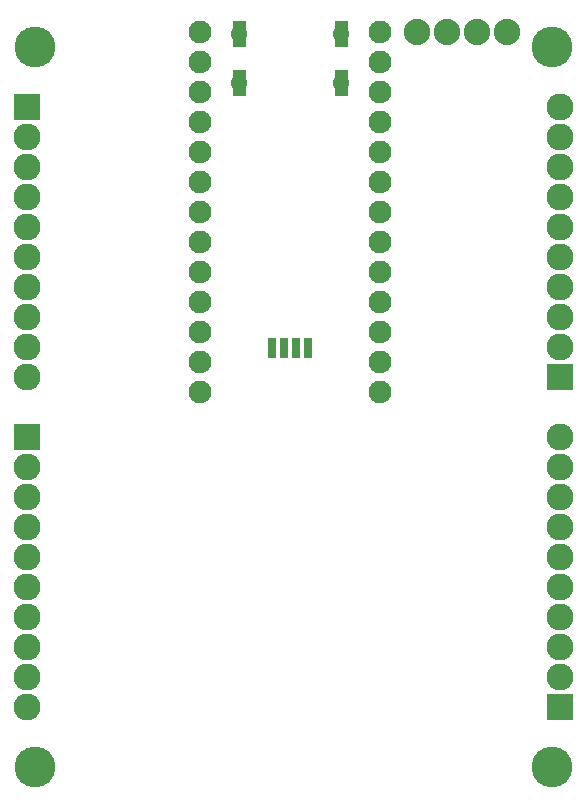
<source format=gbs>
G04 MADE WITH FRITZING*
G04 WWW.FRITZING.ORG*
G04 DOUBLE SIDED*
G04 HOLES PLATED*
G04 CONTOUR ON CENTER OF CONTOUR VECTOR*
%ASAXBY*%
%FSLAX23Y23*%
%MOIN*%
%OFA0B0*%
%SFA1.0B1.0*%
%ADD10C,0.076000*%
%ADD11C,0.053622*%
%ADD12C,0.090000*%
%ADD13C,0.135984*%
%ADD14C,0.088000*%
%ADD15R,0.029685X0.071024*%
%ADD16R,0.090000X0.090000*%
%ADD17R,0.001000X0.001000*%
%LNMASK0*%
G90*
G70*
G54D10*
X675Y2271D03*
X1275Y2171D03*
X675Y1471D03*
X1275Y1771D03*
X1275Y2571D03*
X675Y1871D03*
G54D11*
X1145Y2566D03*
G54D10*
X1275Y1571D03*
X1275Y1971D03*
X1275Y2371D03*
X675Y2471D03*
X675Y2071D03*
X675Y1671D03*
G54D11*
X1145Y2402D03*
G54D10*
X1275Y1471D03*
X1275Y1671D03*
X1275Y1871D03*
X1275Y2071D03*
X1275Y2271D03*
X1275Y2471D03*
X675Y2571D03*
X675Y2371D03*
X675Y2171D03*
X675Y1971D03*
X675Y1771D03*
X675Y1571D03*
X675Y1371D03*
G54D11*
X805Y2402D03*
X805Y2566D03*
G54D10*
X1275Y1371D03*
G54D12*
X100Y2321D03*
X100Y2221D03*
X100Y2121D03*
X100Y2021D03*
X100Y1921D03*
X100Y1821D03*
X100Y1721D03*
X100Y1621D03*
X100Y1521D03*
X100Y1421D03*
X100Y1221D03*
X100Y1121D03*
X100Y1021D03*
X100Y921D03*
X100Y821D03*
X100Y721D03*
X100Y621D03*
X100Y521D03*
X100Y421D03*
X100Y321D03*
X1875Y1421D03*
X1875Y1521D03*
X1875Y1621D03*
X1875Y1721D03*
X1875Y1821D03*
X1875Y1921D03*
X1875Y2021D03*
X1875Y2121D03*
X1875Y2221D03*
X1875Y2321D03*
X1875Y321D03*
X1875Y421D03*
X1875Y521D03*
X1875Y621D03*
X1875Y721D03*
X1875Y821D03*
X1875Y921D03*
X1875Y1021D03*
X1875Y1121D03*
X1875Y1221D03*
G54D13*
X1850Y121D03*
X125Y121D03*
X125Y2521D03*
X1850Y2521D03*
G54D14*
X1400Y2571D03*
X1500Y2571D03*
X1600Y2571D03*
X1700Y2571D03*
G54D15*
X916Y1520D03*
X955Y1520D03*
X995Y1520D03*
X1034Y1520D03*
G54D16*
X100Y2321D03*
X100Y1221D03*
X1875Y1421D03*
X1875Y321D03*
G54D17*
X784Y2609D02*
X827Y2609D01*
X1124Y2609D02*
X1167Y2609D01*
X784Y2608D02*
X827Y2608D01*
X1124Y2608D02*
X1167Y2608D01*
X784Y2607D02*
X827Y2607D01*
X1124Y2607D02*
X1167Y2607D01*
X784Y2606D02*
X827Y2606D01*
X1124Y2606D02*
X1167Y2606D01*
X784Y2605D02*
X827Y2605D01*
X1124Y2605D02*
X1167Y2605D01*
X784Y2604D02*
X827Y2604D01*
X1124Y2604D02*
X1167Y2604D01*
X784Y2603D02*
X827Y2603D01*
X1124Y2603D02*
X1167Y2603D01*
X784Y2602D02*
X827Y2602D01*
X1124Y2602D02*
X1167Y2602D01*
X784Y2601D02*
X827Y2601D01*
X1124Y2601D02*
X1167Y2601D01*
X784Y2600D02*
X827Y2600D01*
X1124Y2600D02*
X1167Y2600D01*
X784Y2599D02*
X827Y2599D01*
X1124Y2599D02*
X1167Y2599D01*
X784Y2598D02*
X827Y2598D01*
X1124Y2598D02*
X1167Y2598D01*
X784Y2597D02*
X827Y2597D01*
X1124Y2597D02*
X1167Y2597D01*
X784Y2596D02*
X827Y2596D01*
X1124Y2596D02*
X1167Y2596D01*
X784Y2595D02*
X827Y2595D01*
X1124Y2595D02*
X1167Y2595D01*
X784Y2594D02*
X827Y2594D01*
X1124Y2594D02*
X1167Y2594D01*
X784Y2593D02*
X827Y2593D01*
X1124Y2593D02*
X1167Y2593D01*
X784Y2592D02*
X827Y2592D01*
X1124Y2592D02*
X1167Y2592D01*
X784Y2591D02*
X827Y2591D01*
X1124Y2591D02*
X1167Y2591D01*
X784Y2590D02*
X827Y2590D01*
X1124Y2590D02*
X1167Y2590D01*
X784Y2589D02*
X827Y2589D01*
X1124Y2589D02*
X1167Y2589D01*
X784Y2588D02*
X827Y2588D01*
X1124Y2588D02*
X1167Y2588D01*
X784Y2587D02*
X827Y2587D01*
X1124Y2587D02*
X1167Y2587D01*
X784Y2586D02*
X827Y2586D01*
X1124Y2586D02*
X1167Y2586D01*
X784Y2585D02*
X827Y2585D01*
X1124Y2585D02*
X1167Y2585D01*
X784Y2584D02*
X827Y2584D01*
X1124Y2584D02*
X1167Y2584D01*
X784Y2583D02*
X827Y2583D01*
X1124Y2583D02*
X1167Y2583D01*
X784Y2582D02*
X827Y2582D01*
X1124Y2582D02*
X1167Y2582D01*
X784Y2581D02*
X827Y2581D01*
X1124Y2581D02*
X1167Y2581D01*
X784Y2580D02*
X827Y2580D01*
X1124Y2580D02*
X1167Y2580D01*
X784Y2579D02*
X827Y2579D01*
X1124Y2579D02*
X1167Y2579D01*
X784Y2578D02*
X827Y2578D01*
X1124Y2578D02*
X1167Y2578D01*
X784Y2577D02*
X801Y2577D01*
X809Y2577D02*
X827Y2577D01*
X1124Y2577D02*
X1141Y2577D01*
X1149Y2577D02*
X1167Y2577D01*
X784Y2576D02*
X799Y2576D01*
X812Y2576D02*
X827Y2576D01*
X1124Y2576D02*
X1139Y2576D01*
X1152Y2576D02*
X1167Y2576D01*
X784Y2575D02*
X798Y2575D01*
X813Y2575D02*
X827Y2575D01*
X1124Y2575D02*
X1138Y2575D01*
X1153Y2575D02*
X1167Y2575D01*
X784Y2574D02*
X796Y2574D01*
X814Y2574D02*
X827Y2574D01*
X1124Y2574D02*
X1136Y2574D01*
X1154Y2574D02*
X1167Y2574D01*
X784Y2573D02*
X796Y2573D01*
X815Y2573D02*
X827Y2573D01*
X1124Y2573D02*
X1136Y2573D01*
X1155Y2573D02*
X1167Y2573D01*
X784Y2572D02*
X795Y2572D01*
X816Y2572D02*
X827Y2572D01*
X1124Y2572D02*
X1135Y2572D01*
X1156Y2572D02*
X1167Y2572D01*
X784Y2571D02*
X794Y2571D01*
X816Y2571D02*
X827Y2571D01*
X1124Y2571D02*
X1134Y2571D01*
X1156Y2571D02*
X1167Y2571D01*
X784Y2570D02*
X794Y2570D01*
X817Y2570D02*
X827Y2570D01*
X1124Y2570D02*
X1134Y2570D01*
X1157Y2570D02*
X1167Y2570D01*
X784Y2569D02*
X793Y2569D01*
X817Y2569D02*
X827Y2569D01*
X1124Y2569D02*
X1134Y2569D01*
X1157Y2569D02*
X1167Y2569D01*
X784Y2568D02*
X793Y2568D01*
X817Y2568D02*
X827Y2568D01*
X1124Y2568D02*
X1133Y2568D01*
X1157Y2568D02*
X1167Y2568D01*
X784Y2567D02*
X793Y2567D01*
X817Y2567D02*
X827Y2567D01*
X1124Y2567D02*
X1133Y2567D01*
X1158Y2567D02*
X1167Y2567D01*
X784Y2566D02*
X793Y2566D01*
X817Y2566D02*
X827Y2566D01*
X1124Y2566D02*
X1133Y2566D01*
X1158Y2566D02*
X1167Y2566D01*
X784Y2565D02*
X793Y2565D01*
X817Y2565D02*
X827Y2565D01*
X1124Y2565D02*
X1133Y2565D01*
X1158Y2565D02*
X1167Y2565D01*
X784Y2564D02*
X793Y2564D01*
X817Y2564D02*
X827Y2564D01*
X1124Y2564D02*
X1133Y2564D01*
X1158Y2564D02*
X1167Y2564D01*
X784Y2563D02*
X793Y2563D01*
X817Y2563D02*
X827Y2563D01*
X1124Y2563D02*
X1133Y2563D01*
X1157Y2563D02*
X1167Y2563D01*
X784Y2562D02*
X794Y2562D01*
X817Y2562D02*
X827Y2562D01*
X1124Y2562D02*
X1134Y2562D01*
X1157Y2562D02*
X1167Y2562D01*
X784Y2561D02*
X794Y2561D01*
X817Y2561D02*
X827Y2561D01*
X1124Y2561D02*
X1134Y2561D01*
X1157Y2561D02*
X1167Y2561D01*
X784Y2560D02*
X794Y2560D01*
X816Y2560D02*
X827Y2560D01*
X1124Y2560D02*
X1135Y2560D01*
X1156Y2560D02*
X1167Y2560D01*
X784Y2559D02*
X795Y2559D01*
X816Y2559D02*
X827Y2559D01*
X1124Y2559D02*
X1135Y2559D01*
X1156Y2559D02*
X1167Y2559D01*
X784Y2558D02*
X796Y2558D01*
X815Y2558D02*
X827Y2558D01*
X1124Y2558D02*
X1136Y2558D01*
X1155Y2558D02*
X1167Y2558D01*
X784Y2557D02*
X797Y2557D01*
X814Y2557D02*
X827Y2557D01*
X1124Y2557D02*
X1137Y2557D01*
X1154Y2557D02*
X1167Y2557D01*
X784Y2556D02*
X798Y2556D01*
X813Y2556D02*
X827Y2556D01*
X1124Y2556D02*
X1138Y2556D01*
X1153Y2556D02*
X1167Y2556D01*
X784Y2555D02*
X799Y2555D01*
X811Y2555D02*
X827Y2555D01*
X1124Y2555D02*
X1140Y2555D01*
X1151Y2555D02*
X1167Y2555D01*
X784Y2554D02*
X803Y2554D01*
X807Y2554D02*
X827Y2554D01*
X1124Y2554D02*
X1143Y2554D01*
X1147Y2554D02*
X1167Y2554D01*
X784Y2553D02*
X827Y2553D01*
X1124Y2553D02*
X1167Y2553D01*
X784Y2552D02*
X827Y2552D01*
X1124Y2552D02*
X1167Y2552D01*
X784Y2551D02*
X827Y2551D01*
X1124Y2551D02*
X1167Y2551D01*
X784Y2550D02*
X827Y2550D01*
X1124Y2550D02*
X1167Y2550D01*
X784Y2549D02*
X827Y2549D01*
X1124Y2549D02*
X1167Y2549D01*
X784Y2548D02*
X827Y2548D01*
X1124Y2548D02*
X1167Y2548D01*
X784Y2547D02*
X827Y2547D01*
X1124Y2547D02*
X1167Y2547D01*
X784Y2546D02*
X827Y2546D01*
X1124Y2546D02*
X1167Y2546D01*
X784Y2545D02*
X827Y2545D01*
X1124Y2545D02*
X1167Y2545D01*
X784Y2544D02*
X827Y2544D01*
X1124Y2544D02*
X1167Y2544D01*
X784Y2543D02*
X827Y2543D01*
X1124Y2543D02*
X1167Y2543D01*
X784Y2542D02*
X827Y2542D01*
X1124Y2542D02*
X1167Y2542D01*
X784Y2541D02*
X827Y2541D01*
X1124Y2541D02*
X1167Y2541D01*
X784Y2540D02*
X827Y2540D01*
X1124Y2540D02*
X1167Y2540D01*
X784Y2539D02*
X827Y2539D01*
X1124Y2539D02*
X1167Y2539D01*
X784Y2538D02*
X827Y2538D01*
X1124Y2538D02*
X1167Y2538D01*
X784Y2537D02*
X827Y2537D01*
X1124Y2537D02*
X1167Y2537D01*
X784Y2536D02*
X827Y2536D01*
X1124Y2536D02*
X1167Y2536D01*
X784Y2535D02*
X827Y2535D01*
X1124Y2535D02*
X1167Y2535D01*
X784Y2534D02*
X827Y2534D01*
X1124Y2534D02*
X1167Y2534D01*
X784Y2533D02*
X827Y2533D01*
X1124Y2533D02*
X1167Y2533D01*
X784Y2532D02*
X827Y2532D01*
X1124Y2532D02*
X1167Y2532D01*
X784Y2531D02*
X827Y2531D01*
X1124Y2531D02*
X1167Y2531D01*
X784Y2530D02*
X827Y2530D01*
X1124Y2530D02*
X1167Y2530D01*
X784Y2529D02*
X827Y2529D01*
X1124Y2529D02*
X1167Y2529D01*
X784Y2528D02*
X827Y2528D01*
X1124Y2528D02*
X1167Y2528D01*
X784Y2527D02*
X827Y2527D01*
X1124Y2527D02*
X1167Y2527D01*
X784Y2526D02*
X827Y2526D01*
X1124Y2526D02*
X1167Y2526D01*
X784Y2525D02*
X827Y2525D01*
X1124Y2525D02*
X1167Y2525D01*
X784Y2524D02*
X827Y2524D01*
X1124Y2524D02*
X1167Y2524D01*
X784Y2523D02*
X827Y2523D01*
X1124Y2523D02*
X1167Y2523D01*
X784Y2522D02*
X826Y2522D01*
X1125Y2522D02*
X1166Y2522D01*
X784Y2444D02*
X827Y2444D01*
X1124Y2444D02*
X1167Y2444D01*
X784Y2443D02*
X827Y2443D01*
X1124Y2443D02*
X1167Y2443D01*
X784Y2442D02*
X827Y2442D01*
X1124Y2442D02*
X1167Y2442D01*
X784Y2441D02*
X827Y2441D01*
X1124Y2441D02*
X1167Y2441D01*
X784Y2440D02*
X827Y2440D01*
X1124Y2440D02*
X1167Y2440D01*
X784Y2439D02*
X827Y2439D01*
X1124Y2439D02*
X1167Y2439D01*
X784Y2438D02*
X827Y2438D01*
X1124Y2438D02*
X1167Y2438D01*
X784Y2437D02*
X827Y2437D01*
X1124Y2437D02*
X1167Y2437D01*
X784Y2436D02*
X827Y2436D01*
X1124Y2436D02*
X1167Y2436D01*
X784Y2435D02*
X827Y2435D01*
X1124Y2435D02*
X1167Y2435D01*
X784Y2434D02*
X827Y2434D01*
X1124Y2434D02*
X1167Y2434D01*
X784Y2433D02*
X827Y2433D01*
X1124Y2433D02*
X1167Y2433D01*
X784Y2432D02*
X827Y2432D01*
X1124Y2432D02*
X1167Y2432D01*
X784Y2431D02*
X827Y2431D01*
X1124Y2431D02*
X1167Y2431D01*
X784Y2430D02*
X827Y2430D01*
X1124Y2430D02*
X1167Y2430D01*
X784Y2429D02*
X827Y2429D01*
X1124Y2429D02*
X1167Y2429D01*
X784Y2428D02*
X827Y2428D01*
X1124Y2428D02*
X1167Y2428D01*
X784Y2427D02*
X827Y2427D01*
X1124Y2427D02*
X1167Y2427D01*
X784Y2426D02*
X827Y2426D01*
X1124Y2426D02*
X1167Y2426D01*
X784Y2425D02*
X827Y2425D01*
X1124Y2425D02*
X1167Y2425D01*
X784Y2424D02*
X827Y2424D01*
X1124Y2424D02*
X1167Y2424D01*
X784Y2423D02*
X827Y2423D01*
X1124Y2423D02*
X1167Y2423D01*
X784Y2422D02*
X827Y2422D01*
X1124Y2422D02*
X1167Y2422D01*
X784Y2421D02*
X827Y2421D01*
X1124Y2421D02*
X1167Y2421D01*
X784Y2420D02*
X827Y2420D01*
X1124Y2420D02*
X1167Y2420D01*
X784Y2419D02*
X827Y2419D01*
X1124Y2419D02*
X1167Y2419D01*
X784Y2418D02*
X827Y2418D01*
X1124Y2418D02*
X1167Y2418D01*
X784Y2417D02*
X827Y2417D01*
X1124Y2417D02*
X1167Y2417D01*
X784Y2416D02*
X827Y2416D01*
X1124Y2416D02*
X1167Y2416D01*
X784Y2415D02*
X827Y2415D01*
X1124Y2415D02*
X1167Y2415D01*
X784Y2414D02*
X827Y2414D01*
X1124Y2414D02*
X1167Y2414D01*
X784Y2413D02*
X827Y2413D01*
X1124Y2413D02*
X1167Y2413D01*
X784Y2412D02*
X800Y2412D01*
X811Y2412D02*
X827Y2412D01*
X1124Y2412D02*
X1140Y2412D01*
X1151Y2412D02*
X1167Y2412D01*
X784Y2411D02*
X798Y2411D01*
X812Y2411D02*
X827Y2411D01*
X1124Y2411D02*
X1138Y2411D01*
X1153Y2411D02*
X1167Y2411D01*
X784Y2410D02*
X797Y2410D01*
X814Y2410D02*
X827Y2410D01*
X1124Y2410D02*
X1137Y2410D01*
X1154Y2410D02*
X1167Y2410D01*
X784Y2409D02*
X796Y2409D01*
X815Y2409D02*
X827Y2409D01*
X1124Y2409D02*
X1136Y2409D01*
X1155Y2409D02*
X1167Y2409D01*
X784Y2408D02*
X795Y2408D01*
X815Y2408D02*
X827Y2408D01*
X1124Y2408D02*
X1135Y2408D01*
X1155Y2408D02*
X1167Y2408D01*
X784Y2407D02*
X795Y2407D01*
X816Y2407D02*
X827Y2407D01*
X1124Y2407D02*
X1135Y2407D01*
X1156Y2407D02*
X1167Y2407D01*
X784Y2406D02*
X794Y2406D01*
X817Y2406D02*
X827Y2406D01*
X1124Y2406D02*
X1134Y2406D01*
X1157Y2406D02*
X1167Y2406D01*
X784Y2405D02*
X794Y2405D01*
X817Y2405D02*
X827Y2405D01*
X1124Y2405D02*
X1134Y2405D01*
X1157Y2405D02*
X1167Y2405D01*
X784Y2404D02*
X793Y2404D01*
X817Y2404D02*
X827Y2404D01*
X1124Y2404D02*
X1133Y2404D01*
X1157Y2404D02*
X1167Y2404D01*
X784Y2403D02*
X793Y2403D01*
X817Y2403D02*
X827Y2403D01*
X1124Y2403D02*
X1133Y2403D01*
X1157Y2403D02*
X1167Y2403D01*
X784Y2402D02*
X793Y2402D01*
X817Y2402D02*
X827Y2402D01*
X1124Y2402D02*
X1133Y2402D01*
X1158Y2402D02*
X1167Y2402D01*
X784Y2401D02*
X793Y2401D01*
X817Y2401D02*
X827Y2401D01*
X1124Y2401D02*
X1133Y2401D01*
X1158Y2401D02*
X1167Y2401D01*
X784Y2400D02*
X793Y2400D01*
X817Y2400D02*
X827Y2400D01*
X1124Y2400D02*
X1133Y2400D01*
X1158Y2400D02*
X1167Y2400D01*
X784Y2399D02*
X793Y2399D01*
X817Y2399D02*
X827Y2399D01*
X1124Y2399D02*
X1133Y2399D01*
X1157Y2399D02*
X1167Y2399D01*
X784Y2398D02*
X793Y2398D01*
X817Y2398D02*
X827Y2398D01*
X1124Y2398D02*
X1134Y2398D01*
X1157Y2398D02*
X1167Y2398D01*
X784Y2397D02*
X794Y2397D01*
X817Y2397D02*
X827Y2397D01*
X1124Y2397D02*
X1134Y2397D01*
X1157Y2397D02*
X1167Y2397D01*
X784Y2396D02*
X794Y2396D01*
X816Y2396D02*
X827Y2396D01*
X1124Y2396D02*
X1134Y2396D01*
X1157Y2396D02*
X1167Y2396D01*
X784Y2395D02*
X795Y2395D01*
X816Y2395D02*
X827Y2395D01*
X1124Y2395D02*
X1135Y2395D01*
X1156Y2395D02*
X1167Y2395D01*
X784Y2394D02*
X795Y2394D01*
X815Y2394D02*
X827Y2394D01*
X1124Y2394D02*
X1136Y2394D01*
X1155Y2394D02*
X1167Y2394D01*
X784Y2393D02*
X796Y2393D01*
X814Y2393D02*
X827Y2393D01*
X1124Y2393D02*
X1136Y2393D01*
X1155Y2393D02*
X1167Y2393D01*
X784Y2392D02*
X797Y2392D01*
X813Y2392D02*
X827Y2392D01*
X1124Y2392D02*
X1137Y2392D01*
X1153Y2392D02*
X1167Y2392D01*
X784Y2391D02*
X799Y2391D01*
X812Y2391D02*
X827Y2391D01*
X1124Y2391D02*
X1139Y2391D01*
X1152Y2391D02*
X1167Y2391D01*
X784Y2390D02*
X801Y2390D01*
X810Y2390D02*
X827Y2390D01*
X1124Y2390D02*
X1141Y2390D01*
X1150Y2390D02*
X1167Y2390D01*
X784Y2389D02*
X827Y2389D01*
X1124Y2389D02*
X1167Y2389D01*
X784Y2388D02*
X827Y2388D01*
X1124Y2388D02*
X1167Y2388D01*
X784Y2387D02*
X827Y2387D01*
X1124Y2387D02*
X1167Y2387D01*
X784Y2386D02*
X827Y2386D01*
X1124Y2386D02*
X1167Y2386D01*
X784Y2385D02*
X827Y2385D01*
X1124Y2385D02*
X1167Y2385D01*
X784Y2384D02*
X827Y2384D01*
X1124Y2384D02*
X1167Y2384D01*
X784Y2383D02*
X827Y2383D01*
X1124Y2383D02*
X1167Y2383D01*
X784Y2382D02*
X827Y2382D01*
X1124Y2382D02*
X1167Y2382D01*
X784Y2381D02*
X827Y2381D01*
X1124Y2381D02*
X1167Y2381D01*
X784Y2380D02*
X827Y2380D01*
X1124Y2380D02*
X1167Y2380D01*
X784Y2379D02*
X827Y2379D01*
X1124Y2379D02*
X1167Y2379D01*
X784Y2378D02*
X827Y2378D01*
X1124Y2378D02*
X1167Y2378D01*
X784Y2377D02*
X827Y2377D01*
X1124Y2377D02*
X1167Y2377D01*
X784Y2376D02*
X827Y2376D01*
X1124Y2376D02*
X1167Y2376D01*
X784Y2375D02*
X827Y2375D01*
X1124Y2375D02*
X1167Y2375D01*
X784Y2374D02*
X827Y2374D01*
X1124Y2374D02*
X1167Y2374D01*
X784Y2373D02*
X827Y2373D01*
X1124Y2373D02*
X1167Y2373D01*
X784Y2372D02*
X827Y2372D01*
X1124Y2372D02*
X1167Y2372D01*
X784Y2371D02*
X827Y2371D01*
X1124Y2371D02*
X1167Y2371D01*
X784Y2370D02*
X827Y2370D01*
X1124Y2370D02*
X1167Y2370D01*
X784Y2369D02*
X827Y2369D01*
X1124Y2369D02*
X1167Y2369D01*
X784Y2368D02*
X827Y2368D01*
X1124Y2368D02*
X1167Y2368D01*
X784Y2367D02*
X827Y2367D01*
X1124Y2367D02*
X1167Y2367D01*
X784Y2366D02*
X827Y2366D01*
X1124Y2366D02*
X1167Y2366D01*
X784Y2365D02*
X827Y2365D01*
X1124Y2365D02*
X1167Y2365D01*
X784Y2364D02*
X827Y2364D01*
X1124Y2364D02*
X1167Y2364D01*
X784Y2363D02*
X827Y2363D01*
X1124Y2363D02*
X1167Y2363D01*
X784Y2362D02*
X827Y2362D01*
X1124Y2362D02*
X1167Y2362D01*
X784Y2361D02*
X827Y2361D01*
X1124Y2361D02*
X1167Y2361D01*
X784Y2360D02*
X827Y2360D01*
X1124Y2360D02*
X1167Y2360D01*
X784Y2359D02*
X827Y2359D01*
X1124Y2359D02*
X1167Y2359D01*
X784Y2358D02*
X827Y2358D01*
X1124Y2358D02*
X1167Y2358D01*
D02*
G04 End of Mask0*
M02*
</source>
